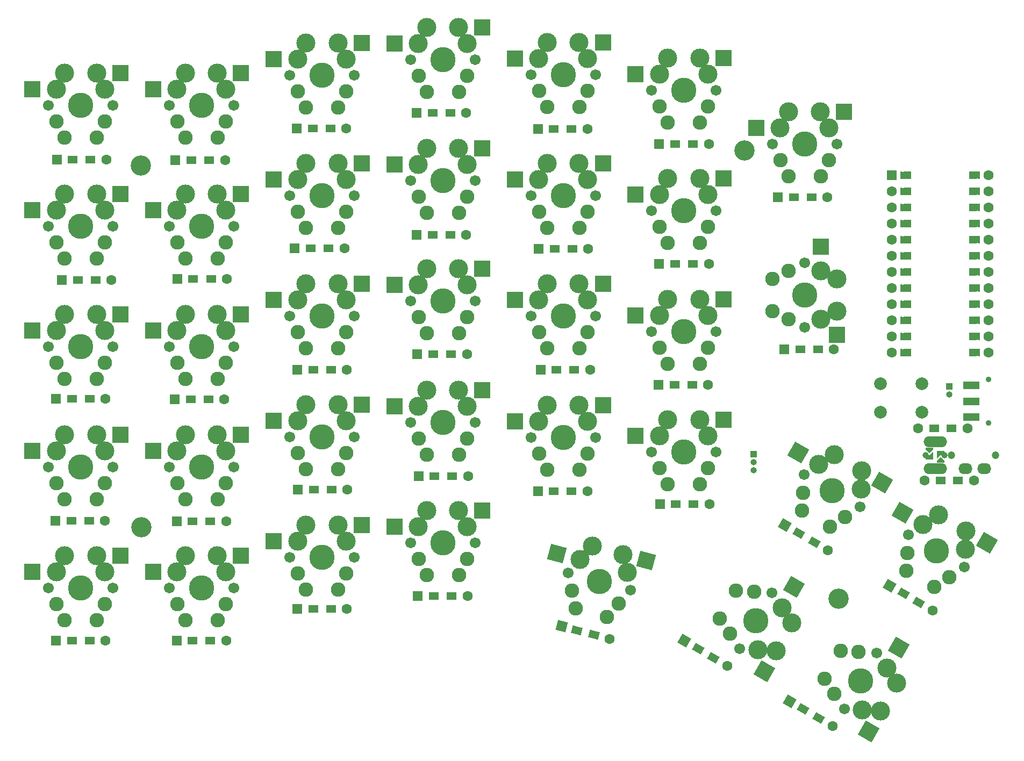
<source format=gbs>
G04 #@! TF.GenerationSoftware,KiCad,Pcbnew,(6.0.11)*
G04 #@! TF.CreationDate,2023-02-13T19:32:05+01:00*
G04 #@! TF.ProjectId,neodox,6e656f64-6f78-42e6-9b69-6361645f7063,1.0*
G04 #@! TF.SameCoordinates,Original*
G04 #@! TF.FileFunction,Soldermask,Bot*
G04 #@! TF.FilePolarity,Negative*
%FSLAX46Y46*%
G04 Gerber Fmt 4.6, Leading zero omitted, Abs format (unit mm)*
G04 Created by KiCad (PCBNEW (6.0.11)) date 2023-02-13 19:32:05*
%MOMM*%
%LPD*%
G01*
G04 APERTURE LIST*
G04 Aperture macros list*
%AMRotRect*
0 Rectangle, with rotation*
0 The origin of the aperture is its center*
0 $1 length*
0 $2 width*
0 $3 Rotation angle, in degrees counterclockwise*
0 Add horizontal line*
21,1,$1,$2,0,0,$3*%
%AMFreePoly0*
4,1,6,0.600000,0.200000,0.000000,-0.400000,-0.600000,0.200000,-0.600000,0.400000,0.600000,0.400000,0.600000,0.200000,0.600000,0.200000,$1*%
%AMFreePoly1*
4,1,6,0.600000,-0.250000,-0.600000,-0.250000,-0.600000,1.000000,0.000000,0.400000,0.600000,1.000000,0.600000,-0.250000,0.600000,-0.250000,$1*%
%AMFreePoly2*
4,1,6,0.600000,0.200000,0.000000,-0.400000,-0.600000,0.200000,-0.600000,0.500000,0.600000,0.500000,0.600000,0.200000,0.600000,0.200000,$1*%
G04 Aperture macros list end*
%ADD10C,0.100000*%
%ADD11C,3.000000*%
%ADD12C,3.987800*%
%ADD13C,1.701800*%
%ADD14C,2.286000*%
%ADD15RotRect,2.550000X2.500000X330.000000*%
%ADD16R,2.550000X2.500000*%
%ADD17R,1.600000X1.200000*%
%ADD18R,1.600000X1.600000*%
%ADD19C,1.600000*%
%ADD20RotRect,1.600000X1.200000X150.000000*%
%ADD21RotRect,1.600000X1.600000X150.000000*%
%ADD22FreePoly0,270.000000*%
%ADD23FreePoly0,90.000000*%
%ADD24FreePoly1,270.000000*%
%ADD25FreePoly1,90.000000*%
%ADD26C,0.900000*%
%ADD27R,2.500000X1.250000*%
%ADD28R,2.500000X2.550000*%
%ADD29R,1.000000X1.000000*%
%ADD30O,1.000000X1.000000*%
%ADD31RotRect,2.550000X2.500000X240.000000*%
%ADD32RotRect,2.550000X2.500000X345.000000*%
%ADD33C,2.000000*%
%ADD34C,3.200000*%
%ADD35R,1.500000X1.200000*%
%ADD36FreePoly2,180.000000*%
%ADD37C,1.200000*%
%ADD38O,3.700000X1.700000*%
%ADD39FreePoly2,0.000000*%
%ADD40FreePoly1,180.000000*%
%ADD41C,1.000000*%
%ADD42O,2.200000X1.700000*%
%ADD43FreePoly1,0.000000*%
%ADD44RotRect,1.600000X1.200000X165.000000*%
%ADD45RotRect,1.600000X1.600000X165.000000*%
G04 APERTURE END LIST*
G36*
X186494500Y-56137500D02*
G01*
X185478500Y-56137500D01*
X185478500Y-55121500D01*
X186494500Y-55121500D01*
X186494500Y-56137500D01*
G37*
D10*
X186494500Y-56137500D02*
X185478500Y-56137500D01*
X185478500Y-55121500D01*
X186494500Y-55121500D01*
X186494500Y-56137500D01*
G36*
X186494500Y-68837500D02*
G01*
X185478500Y-68837500D01*
X185478500Y-67821500D01*
X186494500Y-67821500D01*
X186494500Y-68837500D01*
G37*
X186494500Y-68837500D02*
X185478500Y-68837500D01*
X185478500Y-67821500D01*
X186494500Y-67821500D01*
X186494500Y-68837500D01*
G36*
X197594500Y-58597500D02*
G01*
X196578500Y-58597500D01*
X196578500Y-57581500D01*
X197594500Y-57581500D01*
X197594500Y-58597500D01*
G37*
X197594500Y-58597500D02*
X196578500Y-58597500D01*
X196578500Y-57581500D01*
X197594500Y-57581500D01*
X197594500Y-58597500D01*
G36*
X197594500Y-71297500D02*
G01*
X196578500Y-71297500D01*
X196578500Y-70281500D01*
X197594500Y-70281500D01*
X197594500Y-71297500D01*
G37*
X197594500Y-71297500D02*
X196578500Y-71297500D01*
X196578500Y-70281500D01*
X197594500Y-70281500D01*
X197594500Y-71297500D01*
G36*
X197594500Y-56057500D02*
G01*
X196578500Y-56057500D01*
X196578500Y-55041500D01*
X197594500Y-55041500D01*
X197594500Y-56057500D01*
G37*
X197594500Y-56057500D02*
X196578500Y-56057500D01*
X196578500Y-55041500D01*
X197594500Y-55041500D01*
X197594500Y-56057500D01*
G36*
X186494500Y-53597500D02*
G01*
X185478500Y-53597500D01*
X185478500Y-52581500D01*
X186494500Y-52581500D01*
X186494500Y-53597500D01*
G37*
X186494500Y-53597500D02*
X185478500Y-53597500D01*
X185478500Y-52581500D01*
X186494500Y-52581500D01*
X186494500Y-53597500D01*
G36*
X197594500Y-66217500D02*
G01*
X196578500Y-66217500D01*
X196578500Y-65201500D01*
X197594500Y-65201500D01*
X197594500Y-66217500D01*
G37*
X197594500Y-66217500D02*
X196578500Y-66217500D01*
X196578500Y-65201500D01*
X197594500Y-65201500D01*
X197594500Y-66217500D01*
G36*
X186494500Y-58677500D02*
G01*
X185478500Y-58677500D01*
X185478500Y-57661500D01*
X186494500Y-57661500D01*
X186494500Y-58677500D01*
G37*
X186494500Y-58677500D02*
X185478500Y-58677500D01*
X185478500Y-57661500D01*
X186494500Y-57661500D01*
X186494500Y-58677500D01*
G36*
X186494500Y-66297500D02*
G01*
X185478500Y-66297500D01*
X185478500Y-65281500D01*
X186494500Y-65281500D01*
X186494500Y-66297500D01*
G37*
X186494500Y-66297500D02*
X185478500Y-66297500D01*
X185478500Y-65281500D01*
X186494500Y-65281500D01*
X186494500Y-66297500D01*
G36*
X197594500Y-68757500D02*
G01*
X196578500Y-68757500D01*
X196578500Y-67741500D01*
X197594500Y-67741500D01*
X197594500Y-68757500D01*
G37*
X197594500Y-68757500D02*
X196578500Y-68757500D01*
X196578500Y-67741500D01*
X197594500Y-67741500D01*
X197594500Y-68757500D01*
G36*
X197594500Y-81457500D02*
G01*
X196578500Y-81457500D01*
X196578500Y-80441500D01*
X197594500Y-80441500D01*
X197594500Y-81457500D01*
G37*
X197594500Y-81457500D02*
X196578500Y-81457500D01*
X196578500Y-80441500D01*
X197594500Y-80441500D01*
X197594500Y-81457500D01*
G36*
X186494500Y-61217500D02*
G01*
X185478500Y-61217500D01*
X185478500Y-60201500D01*
X186494500Y-60201500D01*
X186494500Y-61217500D01*
G37*
X186494500Y-61217500D02*
X185478500Y-61217500D01*
X185478500Y-60201500D01*
X186494500Y-60201500D01*
X186494500Y-61217500D01*
G36*
X186494500Y-81537500D02*
G01*
X185478500Y-81537500D01*
X185478500Y-80521500D01*
X186494500Y-80521500D01*
X186494500Y-81537500D01*
G37*
X186494500Y-81537500D02*
X185478500Y-81537500D01*
X185478500Y-80521500D01*
X186494500Y-80521500D01*
X186494500Y-81537500D01*
G36*
X197594500Y-61137500D02*
G01*
X196578500Y-61137500D01*
X196578500Y-60121500D01*
X197594500Y-60121500D01*
X197594500Y-61137500D01*
G37*
X197594500Y-61137500D02*
X196578500Y-61137500D01*
X196578500Y-60121500D01*
X197594500Y-60121500D01*
X197594500Y-61137500D01*
G36*
X197594500Y-76377500D02*
G01*
X196578500Y-76377500D01*
X196578500Y-75361500D01*
X197594500Y-75361500D01*
X197594500Y-76377500D01*
G37*
X197594500Y-76377500D02*
X196578500Y-76377500D01*
X196578500Y-75361500D01*
X197594500Y-75361500D01*
X197594500Y-76377500D01*
G36*
X197594500Y-78917500D02*
G01*
X196578500Y-78917500D01*
X196578500Y-77901500D01*
X197594500Y-77901500D01*
X197594500Y-78917500D01*
G37*
X197594500Y-78917500D02*
X196578500Y-78917500D01*
X196578500Y-77901500D01*
X197594500Y-77901500D01*
X197594500Y-78917500D01*
G36*
X186494500Y-76457500D02*
G01*
X185478500Y-76457500D01*
X185478500Y-75441500D01*
X186494500Y-75441500D01*
X186494500Y-76457500D01*
G37*
X186494500Y-76457500D02*
X185478500Y-76457500D01*
X185478500Y-75441500D01*
X186494500Y-75441500D01*
X186494500Y-76457500D01*
G36*
X186494500Y-78997500D02*
G01*
X185478500Y-78997500D01*
X185478500Y-77981500D01*
X186494500Y-77981500D01*
X186494500Y-78997500D01*
G37*
X186494500Y-78997500D02*
X185478500Y-78997500D01*
X185478500Y-77981500D01*
X186494500Y-77981500D01*
X186494500Y-78997500D01*
G36*
X186494500Y-71377500D02*
G01*
X185478500Y-71377500D01*
X185478500Y-70361500D01*
X186494500Y-70361500D01*
X186494500Y-71377500D01*
G37*
X186494500Y-71377500D02*
X185478500Y-71377500D01*
X185478500Y-70361500D01*
X186494500Y-70361500D01*
X186494500Y-71377500D01*
G36*
X197594500Y-63677500D02*
G01*
X196578500Y-63677500D01*
X196578500Y-62661500D01*
X197594500Y-62661500D01*
X197594500Y-63677500D01*
G37*
X197594500Y-63677500D02*
X196578500Y-63677500D01*
X196578500Y-62661500D01*
X197594500Y-62661500D01*
X197594500Y-63677500D01*
G36*
X197594500Y-73837500D02*
G01*
X196578500Y-73837500D01*
X196578500Y-72821500D01*
X197594500Y-72821500D01*
X197594500Y-73837500D01*
G37*
X197594500Y-73837500D02*
X196578500Y-73837500D01*
X196578500Y-72821500D01*
X197594500Y-72821500D01*
X197594500Y-73837500D01*
G36*
X197594500Y-53517500D02*
G01*
X196578500Y-53517500D01*
X196578500Y-52501500D01*
X197594500Y-52501500D01*
X197594500Y-53517500D01*
G37*
X197594500Y-53517500D02*
X196578500Y-53517500D01*
X196578500Y-52501500D01*
X197594500Y-52501500D01*
X197594500Y-53517500D01*
G36*
X186494500Y-73917500D02*
G01*
X185478500Y-73917500D01*
X185478500Y-72901500D01*
X186494500Y-72901500D01*
X186494500Y-73917500D01*
G37*
X186494500Y-73917500D02*
X185478500Y-73917500D01*
X185478500Y-72901500D01*
X186494500Y-72901500D01*
X186494500Y-73917500D01*
G36*
X186494500Y-63757500D02*
G01*
X185478500Y-63757500D01*
X185478500Y-62741500D01*
X186494500Y-62741500D01*
X186494500Y-63757500D01*
G37*
X186494500Y-63757500D02*
X185478500Y-63757500D01*
X185478500Y-62741500D01*
X186494500Y-62741500D01*
X186494500Y-63757500D01*
D11*
X179069557Y-102505295D03*
X172418482Y-98665295D03*
D12*
X174500000Y-102800000D03*
D13*
X170100591Y-100260000D03*
D11*
X174840295Y-97130591D03*
D13*
X178899409Y-105340000D03*
D11*
X179187743Y-99640591D03*
D14*
X169930443Y-103094705D03*
X169760295Y-105929409D03*
D15*
X169170886Y-96790295D03*
D14*
X176529557Y-106904705D03*
X174159705Y-108469409D03*
D15*
X182435338Y-101515591D03*
D11*
X117010000Y-51380000D03*
X109330000Y-51380000D03*
D12*
X113200000Y-53920000D03*
D13*
X108120000Y-53920000D03*
D11*
X110660000Y-48840000D03*
D13*
X118280000Y-53920000D03*
D11*
X115680000Y-48840000D03*
D14*
X109390000Y-56460000D03*
X110660000Y-59000000D03*
D16*
X105580000Y-51380000D03*
D14*
X117010000Y-56460000D03*
X115740000Y-59000000D03*
D16*
X119430000Y-48840000D03*
D17*
X130800000Y-64700000D03*
D18*
X128300000Y-64700000D03*
D19*
X136100000Y-64700000D03*
D17*
X133600000Y-64700000D03*
D20*
X169275164Y-109500000D03*
D21*
X167110101Y-108250000D03*
D19*
X173865099Y-112150000D03*
D20*
X171700036Y-110900000D03*
X169987564Y-137200000D03*
D21*
X167822501Y-135950000D03*
D19*
X174577499Y-139850000D03*
D20*
X172412436Y-138600000D03*
D17*
X111700000Y-81300000D03*
D18*
X109200000Y-81300000D03*
D19*
X117000000Y-81300000D03*
D17*
X114500000Y-81300000D03*
D19*
X183932500Y-58197500D03*
D22*
X197394500Y-60737500D03*
D19*
X199172500Y-58197500D03*
D22*
X197394500Y-70897500D03*
D19*
X199172500Y-75977500D03*
D23*
X185710500Y-65817500D03*
D19*
X199172500Y-78517500D03*
X183932500Y-78517500D03*
D18*
X183932500Y-53117500D03*
D23*
X185710500Y-81057500D03*
D19*
X183932500Y-55657500D03*
X199172500Y-70897500D03*
D22*
X197394500Y-55657500D03*
D19*
X199172500Y-63277500D03*
D23*
X185710500Y-70897500D03*
D22*
X197394500Y-65817500D03*
D19*
X183932500Y-60737500D03*
D23*
X185710500Y-73437500D03*
D19*
X199172500Y-73437500D03*
D22*
X197394500Y-78517500D03*
D19*
X199172500Y-68357500D03*
X199172500Y-81057500D03*
D23*
X185710500Y-63277500D03*
X185710500Y-75977500D03*
X185710500Y-55657500D03*
D19*
X199172500Y-65817500D03*
X199172500Y-55657500D03*
D23*
X185710500Y-68357500D03*
D19*
X183932500Y-81057500D03*
D23*
X185710500Y-53117500D03*
D22*
X197394500Y-81057500D03*
D19*
X183932500Y-63277500D03*
D22*
X197394500Y-75977500D03*
X197394500Y-58197500D03*
X197394500Y-63277500D03*
X197394500Y-53117500D03*
D19*
X199172500Y-60737500D03*
X183932500Y-70897500D03*
D23*
X185710500Y-60737500D03*
D19*
X183932500Y-53117500D03*
X183932500Y-75977500D03*
X183932500Y-68357500D03*
D22*
X197394500Y-73437500D03*
D19*
X183932500Y-65817500D03*
D22*
X197394500Y-68357500D03*
D19*
X183932500Y-73437500D03*
D23*
X185710500Y-58197500D03*
D19*
X199172500Y-53117500D03*
D23*
X185710500Y-78517500D03*
D24*
X196378500Y-53117500D03*
X196378500Y-55657500D03*
X196378500Y-58197500D03*
X196378500Y-60737500D03*
X196378500Y-63277500D03*
X196378500Y-65817500D03*
X196378500Y-68357500D03*
X196378500Y-70897500D03*
X196378500Y-73437500D03*
X196378500Y-75977500D03*
X196378500Y-78517500D03*
X196378500Y-81057500D03*
D25*
X186726500Y-81057500D03*
X186726500Y-78517500D03*
X186726500Y-75977500D03*
X186726500Y-73437500D03*
X186726500Y-70897500D03*
X186726500Y-68357500D03*
X186726500Y-65817500D03*
X186726500Y-63277500D03*
X186726500Y-60737500D03*
X186726500Y-58197500D03*
X186726500Y-55657500D03*
X186726500Y-53117500D03*
D17*
X111600000Y-43300000D03*
D18*
X109100000Y-43300000D03*
D19*
X116900000Y-43300000D03*
D17*
X114400000Y-43300000D03*
D11*
X98010000Y-91760000D03*
X90330000Y-91760000D03*
D12*
X94200000Y-94300000D03*
D13*
X89120000Y-94300000D03*
D11*
X91660000Y-89220000D03*
D13*
X99280000Y-94300000D03*
D11*
X96680000Y-89220000D03*
D14*
X90390000Y-96840000D03*
X91660000Y-99380000D03*
D16*
X86580000Y-91760000D03*
D14*
X98010000Y-96840000D03*
X96740000Y-99380000D03*
D16*
X100430000Y-89220000D03*
D11*
X79010000Y-58560000D03*
X71330000Y-58560000D03*
D12*
X75200000Y-61100000D03*
D13*
X70120000Y-61100000D03*
D11*
X72660000Y-56020000D03*
D13*
X80280000Y-61100000D03*
D11*
X77680000Y-56020000D03*
D14*
X71390000Y-63640000D03*
X72660000Y-66180000D03*
D16*
X67580000Y-58560000D03*
D14*
X79010000Y-63640000D03*
X77740000Y-66180000D03*
D16*
X81430000Y-56020000D03*
D17*
X130700000Y-102900000D03*
D18*
X128200000Y-102900000D03*
D19*
X136000000Y-102900000D03*
D17*
X133500000Y-102900000D03*
X54800000Y-88300000D03*
D18*
X52300000Y-88300000D03*
D19*
X60100000Y-88300000D03*
D17*
X57600000Y-88300000D03*
D11*
X136010000Y-72760000D03*
X128330000Y-72760000D03*
D12*
X132200000Y-75300000D03*
D13*
X127120000Y-75300000D03*
D11*
X129660000Y-70220000D03*
D13*
X137280000Y-75300000D03*
D11*
X134680000Y-70220000D03*
D14*
X128390000Y-77840000D03*
X129660000Y-80380000D03*
D16*
X124580000Y-72760000D03*
D14*
X136010000Y-77840000D03*
X134740000Y-80380000D03*
D16*
X138430000Y-70220000D03*
D26*
X199200000Y-85300000D03*
X199200000Y-92100000D03*
D27*
X196450000Y-91200000D03*
X196450000Y-88700000D03*
X196450000Y-86200000D03*
D11*
X172740000Y-75810000D03*
X172740000Y-68130000D03*
D12*
X170200000Y-72000000D03*
D13*
X170200000Y-66920000D03*
D11*
X175280000Y-69460000D03*
D13*
X170200000Y-77080000D03*
D11*
X175280000Y-74480000D03*
D14*
X167660000Y-68190000D03*
X165120000Y-69460000D03*
D28*
X172740000Y-64380000D03*
D14*
X167660000Y-75810000D03*
X165120000Y-74540000D03*
D28*
X175280000Y-78230000D03*
D11*
X195524057Y-112005295D03*
X188872982Y-108165295D03*
D12*
X190954500Y-112300000D03*
D13*
X186555091Y-109760000D03*
D11*
X191294795Y-106630591D03*
D13*
X195353909Y-114840000D03*
D11*
X195642243Y-109140591D03*
D14*
X186384943Y-112594705D03*
X186214795Y-115429409D03*
D15*
X185625386Y-106290295D03*
D14*
X192984057Y-116404705D03*
X190614205Y-117969409D03*
D15*
X198889838Y-111015591D03*
D17*
X149900000Y-104900000D03*
D18*
X147400000Y-104900000D03*
D19*
X155200000Y-104900000D03*
D17*
X152700000Y-104900000D03*
D11*
X155010000Y-94160000D03*
X147330000Y-94160000D03*
D12*
X151200000Y-96700000D03*
D13*
X146120000Y-96700000D03*
D11*
X148660000Y-91620000D03*
D13*
X156280000Y-96700000D03*
D11*
X153680000Y-91620000D03*
D14*
X147390000Y-99240000D03*
X148660000Y-101780000D03*
D16*
X143580000Y-94160000D03*
D14*
X155010000Y-99240000D03*
X153740000Y-101780000D03*
D16*
X157430000Y-91620000D03*
D17*
X73500000Y-88400000D03*
D18*
X71000000Y-88400000D03*
D19*
X78800000Y-88400000D03*
D17*
X76300000Y-88400000D03*
X73792900Y-126400000D03*
D18*
X71292900Y-126400000D03*
D19*
X79092900Y-126400000D03*
D17*
X76592900Y-126400000D03*
D20*
X153430164Y-127700000D03*
D21*
X151265101Y-126450000D03*
D19*
X158020099Y-130350000D03*
D20*
X155855036Y-129100000D03*
D11*
X60010000Y-39560000D03*
X52330000Y-39560000D03*
D12*
X56200000Y-42100000D03*
D13*
X51120000Y-42100000D03*
D11*
X53660000Y-37020000D03*
D13*
X61280000Y-42100000D03*
D11*
X58680000Y-37020000D03*
D14*
X52390000Y-44640000D03*
X53660000Y-47180000D03*
D16*
X48580000Y-39560000D03*
D14*
X60010000Y-44640000D03*
X58740000Y-47180000D03*
D16*
X62430000Y-37020000D03*
D11*
X136010000Y-53740000D03*
X128330000Y-53740000D03*
D12*
X132200000Y-56280000D03*
D13*
X127120000Y-56280000D03*
D11*
X129660000Y-51200000D03*
D13*
X137280000Y-56280000D03*
D11*
X134680000Y-51200000D03*
D14*
X128390000Y-58820000D03*
X129660000Y-61360000D03*
D16*
X124580000Y-53740000D03*
D14*
X136010000Y-58820000D03*
X134740000Y-61360000D03*
D16*
X138430000Y-51200000D03*
D17*
X111600000Y-62500000D03*
D18*
X109100000Y-62500000D03*
D19*
X116900000Y-62500000D03*
D17*
X114400000Y-62500000D03*
X73600000Y-50700000D03*
D18*
X71100000Y-50700000D03*
D19*
X78900000Y-50700000D03*
D17*
X76400000Y-50700000D03*
D11*
X174010000Y-45660000D03*
X166330000Y-45660000D03*
D12*
X170200000Y-48200000D03*
D13*
X165120000Y-48200000D03*
D11*
X167660000Y-43120000D03*
D13*
X175280000Y-48200000D03*
D11*
X172680000Y-43120000D03*
D14*
X166390000Y-50740000D03*
X167660000Y-53280000D03*
D16*
X162580000Y-45660000D03*
D14*
X174010000Y-50740000D03*
X172740000Y-53280000D03*
D16*
X176430000Y-43120000D03*
D11*
X60010000Y-77560000D03*
X52330000Y-77560000D03*
D12*
X56200000Y-80100000D03*
D13*
X51120000Y-80100000D03*
D11*
X53660000Y-75020000D03*
D13*
X61280000Y-80100000D03*
D11*
X58680000Y-75020000D03*
D14*
X52390000Y-82640000D03*
X53660000Y-85180000D03*
D16*
X48580000Y-77560000D03*
D14*
X60010000Y-82640000D03*
X58740000Y-85180000D03*
D16*
X62430000Y-75020000D03*
D17*
X169500000Y-80500000D03*
D18*
X167000000Y-80500000D03*
D19*
X174800000Y-80500000D03*
D17*
X172300000Y-80500000D03*
X73800000Y-107600000D03*
D18*
X71300000Y-107600000D03*
D19*
X79100000Y-107600000D03*
D17*
X76600000Y-107600000D03*
D29*
X193000000Y-86350000D03*
D30*
X193000000Y-87620000D03*
D11*
X136010000Y-91840000D03*
X128330000Y-91840000D03*
D12*
X132200000Y-94380000D03*
D13*
X127120000Y-94380000D03*
D11*
X129660000Y-89300000D03*
D13*
X137280000Y-94380000D03*
D11*
X134680000Y-89300000D03*
D14*
X128390000Y-96920000D03*
X129660000Y-99460000D03*
D16*
X124580000Y-91840000D03*
D14*
X136010000Y-96920000D03*
X134740000Y-99460000D03*
D16*
X138430000Y-89300000D03*
D11*
X162831605Y-127864557D03*
X166671605Y-121213482D03*
D12*
X162536900Y-123295000D03*
D13*
X165076900Y-118895591D03*
D11*
X168206309Y-123635295D03*
D13*
X159996900Y-127694409D03*
D11*
X165696309Y-127982743D03*
D14*
X162242195Y-118725443D03*
X159407491Y-118555295D03*
D31*
X168546605Y-117965886D03*
D14*
X158432195Y-125324557D03*
X156867491Y-122954705D03*
D31*
X163821309Y-131230338D03*
D11*
X117010000Y-32360000D03*
X109330000Y-32360000D03*
D12*
X113200000Y-34900000D03*
D13*
X108120000Y-34900000D03*
D11*
X110660000Y-29820000D03*
D13*
X118280000Y-34900000D03*
D11*
X115680000Y-29820000D03*
D14*
X109390000Y-37440000D03*
X110660000Y-39980000D03*
D16*
X105580000Y-32360000D03*
D14*
X117010000Y-37440000D03*
X115740000Y-39980000D03*
D16*
X119430000Y-29820000D03*
D29*
X162200000Y-97060000D03*
D30*
X162200000Y-98330000D03*
X162200000Y-99600000D03*
D20*
X185775164Y-119000000D03*
D21*
X183610101Y-117750000D03*
D19*
X190365099Y-121650000D03*
D20*
X188200036Y-120400000D03*
D17*
X92792900Y-121400000D03*
D18*
X90292900Y-121400000D03*
D19*
X98092900Y-121400000D03*
D17*
X95592900Y-121400000D03*
X131100000Y-83700000D03*
D18*
X128600000Y-83700000D03*
D19*
X136400000Y-83700000D03*
D17*
X133900000Y-83700000D03*
X73900000Y-69400000D03*
D18*
X71400000Y-69400000D03*
D19*
X79200000Y-69400000D03*
D17*
X76700000Y-69400000D03*
D11*
X79010000Y-96560000D03*
X71330000Y-96560000D03*
D12*
X75200000Y-99100000D03*
D13*
X70120000Y-99100000D03*
D11*
X72660000Y-94020000D03*
D13*
X80280000Y-99100000D03*
D11*
X77680000Y-94020000D03*
D14*
X71390000Y-101640000D03*
X72660000Y-104180000D03*
D16*
X67580000Y-96560000D03*
D14*
X79010000Y-101640000D03*
X77740000Y-104180000D03*
D16*
X81430000Y-94020000D03*
D11*
X98010000Y-110760000D03*
X90330000Y-110760000D03*
D12*
X94200000Y-113300000D03*
D13*
X89120000Y-113300000D03*
D11*
X91660000Y-108220000D03*
D13*
X99280000Y-113300000D03*
D11*
X96680000Y-108220000D03*
D14*
X90390000Y-115840000D03*
X91660000Y-118380000D03*
D16*
X86580000Y-110760000D03*
D14*
X98010000Y-115840000D03*
X96740000Y-118380000D03*
D16*
X100430000Y-108220000D03*
D17*
X55700000Y-69600000D03*
D18*
X53200000Y-69600000D03*
D19*
X61000000Y-69600000D03*
D17*
X58500000Y-69600000D03*
D11*
X79010000Y-39560000D03*
X71330000Y-39560000D03*
D12*
X75200000Y-42100000D03*
D13*
X70120000Y-42100000D03*
D11*
X72660000Y-37020000D03*
D13*
X80280000Y-42100000D03*
D11*
X77680000Y-37020000D03*
D14*
X71390000Y-44640000D03*
X72660000Y-47180000D03*
D16*
X67580000Y-39560000D03*
D14*
X79010000Y-44640000D03*
X77740000Y-47180000D03*
D16*
X81430000Y-37020000D03*
D17*
X149700000Y-86100000D03*
D18*
X147200000Y-86100000D03*
D19*
X155000000Y-86100000D03*
D17*
X152500000Y-86100000D03*
D11*
X155010000Y-75160000D03*
X147330000Y-75160000D03*
D12*
X151200000Y-77700000D03*
D13*
X146120000Y-77700000D03*
D11*
X148660000Y-72620000D03*
D13*
X156280000Y-77700000D03*
D11*
X153680000Y-72620000D03*
D14*
X147390000Y-80240000D03*
X148660000Y-82780000D03*
D16*
X143580000Y-75160000D03*
D14*
X155010000Y-80240000D03*
X153740000Y-82780000D03*
D16*
X157430000Y-72620000D03*
D17*
X111792900Y-119400000D03*
D18*
X109292900Y-119400000D03*
D19*
X117092900Y-119400000D03*
D17*
X114592900Y-119400000D03*
D11*
X142237578Y-115632649D03*
X134819267Y-113644919D03*
D12*
X137900000Y-117100000D03*
D13*
X132993097Y-115785199D03*
D11*
X136761349Y-111535696D03*
D13*
X142806903Y-118414801D03*
D11*
X141610297Y-112834968D03*
D14*
X133562422Y-118567351D03*
X134131748Y-121349503D03*
D32*
X131197046Y-112674347D03*
D14*
X140922777Y-120539552D03*
X139038651Y-122664304D03*
D32*
X145232519Y-113805539D03*
D11*
X60010000Y-96560000D03*
X52330000Y-96560000D03*
D12*
X56200000Y-99100000D03*
D13*
X51120000Y-99100000D03*
D11*
X53660000Y-94020000D03*
D13*
X61280000Y-99100000D03*
D11*
X58680000Y-94020000D03*
D14*
X52390000Y-101640000D03*
X53660000Y-104180000D03*
D16*
X48580000Y-96560000D03*
D14*
X60010000Y-101640000D03*
X58740000Y-104180000D03*
D16*
X62430000Y-94020000D03*
D11*
X98010000Y-72760000D03*
X90330000Y-72760000D03*
D12*
X94200000Y-75300000D03*
D13*
X89120000Y-75300000D03*
D11*
X91660000Y-70220000D03*
D13*
X99280000Y-75300000D03*
D11*
X96680000Y-70220000D03*
D14*
X90390000Y-77840000D03*
X91660000Y-80380000D03*
D16*
X86580000Y-72760000D03*
D14*
X98010000Y-77840000D03*
X96740000Y-80380000D03*
D16*
X100430000Y-70220000D03*
D11*
X136010000Y-34740000D03*
X128330000Y-34740000D03*
D12*
X132200000Y-37280000D03*
D13*
X127120000Y-37280000D03*
D11*
X129660000Y-32200000D03*
D13*
X137280000Y-37280000D03*
D11*
X134680000Y-32200000D03*
D14*
X128390000Y-39820000D03*
X129660000Y-42360000D03*
D16*
X124580000Y-34740000D03*
D14*
X136010000Y-39820000D03*
X134740000Y-42360000D03*
D16*
X138430000Y-32200000D03*
D33*
X182150000Y-85950000D03*
X188650000Y-85950000D03*
X188650000Y-90450000D03*
X182150000Y-90450000D03*
D17*
X54700000Y-107500000D03*
D18*
X52200000Y-107500000D03*
D19*
X60000000Y-107500000D03*
D17*
X57500000Y-107500000D03*
X54800000Y-126400000D03*
D18*
X52300000Y-126400000D03*
D19*
X60100000Y-126400000D03*
D17*
X57600000Y-126400000D03*
X149800000Y-67100000D03*
D18*
X147300000Y-67100000D03*
D19*
X155100000Y-67100000D03*
D17*
X152600000Y-67100000D03*
D34*
X175563300Y-119831700D03*
D11*
X155010000Y-37160000D03*
X147330000Y-37160000D03*
D12*
X151200000Y-39700000D03*
D13*
X146120000Y-39700000D03*
D11*
X148660000Y-34620000D03*
D13*
X156280000Y-39700000D03*
D11*
X153680000Y-34620000D03*
D14*
X147390000Y-42240000D03*
X148660000Y-44780000D03*
D16*
X143580000Y-37160000D03*
D14*
X155010000Y-42240000D03*
X153740000Y-44780000D03*
D16*
X157430000Y-34620000D03*
D17*
X168500000Y-56600000D03*
D18*
X166000000Y-56600000D03*
D19*
X173800000Y-56600000D03*
D17*
X171300000Y-56600000D03*
D19*
X196900000Y-101200000D03*
D35*
X194350000Y-101200000D03*
X194350000Y-101200000D03*
X191650000Y-101200000D03*
X191650000Y-101200000D03*
D19*
X189100000Y-101200000D03*
D11*
X117010000Y-89460000D03*
X109330000Y-89460000D03*
D12*
X113200000Y-92000000D03*
D13*
X108120000Y-92000000D03*
D11*
X110660000Y-86920000D03*
D13*
X118280000Y-92000000D03*
D11*
X115680000Y-86920000D03*
D14*
X109390000Y-94540000D03*
X110660000Y-97080000D03*
D16*
X105580000Y-89460000D03*
D14*
X117010000Y-94540000D03*
X115740000Y-97080000D03*
D16*
X119430000Y-86920000D03*
D34*
X65687900Y-51587100D03*
D17*
X111900000Y-100500000D03*
D18*
X109400000Y-100500000D03*
D19*
X117200000Y-100500000D03*
D17*
X114700000Y-100500000D03*
D34*
X160687900Y-49212100D03*
D11*
X98010000Y-34760000D03*
X90330000Y-34760000D03*
D12*
X94200000Y-37300000D03*
D13*
X89120000Y-37300000D03*
D11*
X91660000Y-32220000D03*
D13*
X99280000Y-37300000D03*
D11*
X96680000Y-32220000D03*
D14*
X90390000Y-39840000D03*
X91660000Y-42380000D03*
D16*
X86580000Y-34760000D03*
D14*
X98010000Y-39840000D03*
X96740000Y-42380000D03*
D16*
X100430000Y-32220000D03*
D11*
X60010000Y-58560000D03*
X52330000Y-58560000D03*
D12*
X56200000Y-61100000D03*
D13*
X51120000Y-61100000D03*
D11*
X53660000Y-56020000D03*
D13*
X61280000Y-61100000D03*
D11*
X58680000Y-56020000D03*
D14*
X52390000Y-63640000D03*
X53660000Y-66180000D03*
D16*
X48580000Y-58560000D03*
D14*
X60010000Y-63640000D03*
X58740000Y-66180000D03*
D16*
X62430000Y-56020000D03*
D36*
X191634000Y-97900000D03*
D37*
X200294000Y-97200000D03*
D38*
X190744000Y-95100000D03*
D37*
X193294000Y-97200000D03*
D39*
X189856000Y-96500000D03*
D37*
X193294000Y-97200000D03*
D38*
X190744000Y-99300000D03*
D37*
X200294000Y-97200000D03*
D40*
X191634000Y-96800000D03*
D41*
X192194000Y-97200000D03*
D42*
X195494000Y-99300000D03*
X198494000Y-99300000D03*
D43*
X189856000Y-97600000D03*
D41*
X189256000Y-97200000D03*
D11*
X155010000Y-56120000D03*
X147330000Y-56120000D03*
D12*
X151200000Y-58660000D03*
D13*
X146120000Y-58660000D03*
D11*
X148660000Y-53580000D03*
D13*
X156280000Y-58660000D03*
D11*
X153680000Y-53580000D03*
D14*
X147390000Y-61200000D03*
X148660000Y-63740000D03*
D16*
X143580000Y-56120000D03*
D14*
X155010000Y-61200000D03*
X153740000Y-63740000D03*
D16*
X157430000Y-53580000D03*
D17*
X92700000Y-45700000D03*
D18*
X90200000Y-45700000D03*
D19*
X98000000Y-45700000D03*
D17*
X95500000Y-45700000D03*
D44*
X134347704Y-124787653D03*
D45*
X131932889Y-124140606D03*
D19*
X139467111Y-126159394D03*
D44*
X137052296Y-125512347D03*
D11*
X79010000Y-77560000D03*
X71330000Y-77560000D03*
D12*
X75200000Y-80100000D03*
D13*
X70120000Y-80100000D03*
D11*
X72660000Y-75020000D03*
D13*
X80280000Y-80100000D03*
D11*
X77680000Y-75020000D03*
D14*
X71390000Y-82640000D03*
X72660000Y-85180000D03*
D16*
X67580000Y-77560000D03*
D14*
X79010000Y-82640000D03*
X77740000Y-85180000D03*
D16*
X81430000Y-75020000D03*
D17*
X130700000Y-45800000D03*
D18*
X128200000Y-45800000D03*
D19*
X136000000Y-45800000D03*
D17*
X133500000Y-45800000D03*
X92400000Y-64600000D03*
D18*
X89900000Y-64600000D03*
D19*
X97700000Y-64600000D03*
D17*
X95200000Y-64600000D03*
X92900000Y-102600000D03*
D18*
X90400000Y-102600000D03*
D19*
X98200000Y-102600000D03*
D17*
X95700000Y-102600000D03*
X149800000Y-48200000D03*
D18*
X147300000Y-48200000D03*
D19*
X155100000Y-48200000D03*
D17*
X152600000Y-48200000D03*
D11*
X117010000Y-108460000D03*
X109330000Y-108460000D03*
D12*
X113200000Y-111000000D03*
D13*
X108120000Y-111000000D03*
D11*
X110660000Y-105920000D03*
D13*
X118280000Y-111000000D03*
D11*
X115680000Y-105920000D03*
D14*
X109390000Y-113540000D03*
X110660000Y-116080000D03*
D16*
X105580000Y-108460000D03*
D14*
X117010000Y-113540000D03*
X115740000Y-116080000D03*
D16*
X119430000Y-105920000D03*
D11*
X117010000Y-70380000D03*
X109330000Y-70380000D03*
D12*
X113200000Y-72920000D03*
D13*
X108120000Y-72920000D03*
D11*
X110660000Y-67840000D03*
D13*
X118280000Y-72920000D03*
D11*
X115680000Y-67840000D03*
D14*
X109390000Y-75460000D03*
X110660000Y-78000000D03*
D16*
X105580000Y-70380000D03*
D14*
X117010000Y-75460000D03*
X115740000Y-78000000D03*
D16*
X119430000Y-67840000D03*
D11*
X98010000Y-53760000D03*
X90330000Y-53760000D03*
D12*
X94200000Y-56300000D03*
D13*
X89120000Y-56300000D03*
D11*
X91660000Y-51220000D03*
D13*
X99280000Y-56300000D03*
D11*
X96680000Y-51220000D03*
D14*
X90390000Y-58840000D03*
X91660000Y-61380000D03*
D16*
X86580000Y-53760000D03*
D14*
X98010000Y-58840000D03*
X96740000Y-61380000D03*
D16*
X100430000Y-51220000D03*
D17*
X92800000Y-83700000D03*
D18*
X90300000Y-83700000D03*
D19*
X98100000Y-83700000D03*
D17*
X95600000Y-83700000D03*
D34*
X65697900Y-108577100D03*
D11*
X79010000Y-115560000D03*
X71330000Y-115560000D03*
D12*
X75200000Y-118100000D03*
D13*
X70120000Y-118100000D03*
D11*
X72660000Y-113020000D03*
D13*
X80280000Y-118100000D03*
D11*
X77680000Y-113020000D03*
D14*
X71390000Y-120640000D03*
X72660000Y-123180000D03*
D16*
X67580000Y-115560000D03*
D14*
X79010000Y-120640000D03*
X77740000Y-123180000D03*
D16*
X81430000Y-113020000D03*
D11*
X179294705Y-137369557D03*
X183134705Y-130718482D03*
D12*
X179000000Y-132800000D03*
D13*
X181540000Y-128400591D03*
D11*
X184669409Y-133140295D03*
D13*
X176460000Y-137199409D03*
D11*
X182159409Y-137487743D03*
D14*
X178705295Y-128230443D03*
X175870591Y-128060295D03*
D31*
X185009705Y-127470886D03*
D14*
X174895295Y-134829557D03*
X173330591Y-132459705D03*
D31*
X180284409Y-140735338D03*
D19*
X195900000Y-93000000D03*
D35*
X193350000Y-93000000D03*
X193350000Y-93000000D03*
X190650000Y-93000000D03*
X190650000Y-93000000D03*
D19*
X188100000Y-93000000D03*
D11*
X60010000Y-115560000D03*
X52330000Y-115560000D03*
D12*
X56200000Y-118100000D03*
D13*
X51120000Y-118100000D03*
D11*
X53660000Y-113020000D03*
D13*
X61280000Y-118100000D03*
D11*
X58680000Y-113020000D03*
D14*
X52390000Y-120640000D03*
X53660000Y-123180000D03*
D16*
X48580000Y-115560000D03*
D14*
X60010000Y-120640000D03*
X58740000Y-123180000D03*
D16*
X62430000Y-113020000D03*
D17*
X54900000Y-50600000D03*
D18*
X52400000Y-50600000D03*
D19*
X60200000Y-50600000D03*
D17*
X57700000Y-50600000D03*
M02*

</source>
